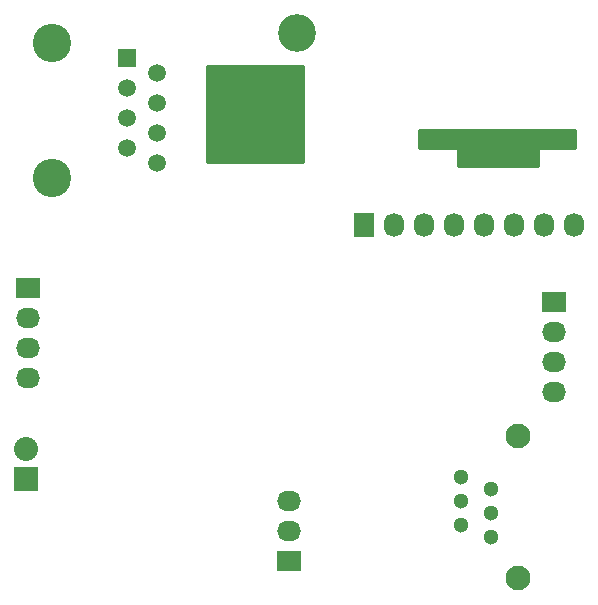
<source format=gbs>
G04 #@! TF.FileFunction,Soldermask,Bot*
%FSLAX46Y46*%
G04 Gerber Fmt 4.6, Leading zero omitted, Abs format (unit mm)*
G04 Created by KiCad (PCBNEW 4.0.2-stable) date 3/15/2016 10:46:09 PM*
%MOMM*%
G01*
G04 APERTURE LIST*
%ADD10C,0.100000*%
%ADD11C,3.200000*%
%ADD12C,3.250000*%
%ADD13R,1.500000X1.500000*%
%ADD14C,1.500000*%
%ADD15R,2.032000X1.727200*%
%ADD16O,2.032000X1.727200*%
%ADD17R,2.032000X2.032000*%
%ADD18O,2.032000X2.032000*%
%ADD19R,1.727200X2.032000*%
%ADD20O,1.727200X2.032000*%
%ADD21C,1.300000*%
%ADD22C,2.100000*%
%ADD23C,0.254000*%
G04 APERTURE END LIST*
D10*
D11*
X125000000Y-52250000D03*
D12*
X104267000Y-64521000D03*
X104267000Y-53081000D03*
D13*
X110617000Y-54351000D03*
D14*
X113157000Y-55621000D03*
X110617000Y-56891000D03*
X113157000Y-58161000D03*
X110617000Y-59431000D03*
X113157000Y-60701000D03*
X110617000Y-61971000D03*
X113157000Y-63241000D03*
D15*
X102298500Y-73850500D03*
D16*
X102298500Y-76390500D03*
X102298500Y-78930500D03*
X102298500Y-81470500D03*
D17*
X102108000Y-89979500D03*
D18*
X102108000Y-87439500D03*
D15*
X146812000Y-74993500D03*
D16*
X146812000Y-77533500D03*
X146812000Y-80073500D03*
X146812000Y-82613500D03*
D19*
X130683000Y-68453000D03*
D20*
X133223000Y-68453000D03*
X135763000Y-68453000D03*
X138303000Y-68453000D03*
X140843000Y-68453000D03*
X143383000Y-68453000D03*
X145923000Y-68453000D03*
X148463000Y-68453000D03*
D15*
X124396500Y-96901000D03*
D16*
X124396500Y-94361000D03*
X124396500Y-91821000D03*
D21*
X138924000Y-91882500D03*
X138924000Y-93922500D03*
X138924000Y-89842500D03*
X141464000Y-94942500D03*
X141464000Y-92902500D03*
X141464000Y-90862500D03*
D22*
X143764000Y-86392500D03*
X143764000Y-98392500D03*
D23*
G36*
X125539500Y-63119000D02*
X117411500Y-63119000D01*
X117411500Y-54991000D01*
X125539500Y-54991000D01*
X125539500Y-63119000D01*
X125539500Y-63119000D01*
G37*
X125539500Y-63119000D02*
X117411500Y-63119000D01*
X117411500Y-54991000D01*
X125539500Y-54991000D01*
X125539500Y-63119000D01*
G36*
X148590000Y-61976000D02*
X145542000Y-61976000D01*
X145492590Y-61986006D01*
X145450965Y-62014447D01*
X145423685Y-62056841D01*
X145415000Y-62103000D01*
X145415000Y-63500000D01*
X138684000Y-63500000D01*
X138684000Y-62103000D01*
X138673994Y-62053590D01*
X138645553Y-62011965D01*
X138603159Y-61984685D01*
X138557000Y-61976000D01*
X135382000Y-61976000D01*
X135382000Y-60452000D01*
X148590000Y-60452000D01*
X148590000Y-61976000D01*
X148590000Y-61976000D01*
G37*
X148590000Y-61976000D02*
X145542000Y-61976000D01*
X145492590Y-61986006D01*
X145450965Y-62014447D01*
X145423685Y-62056841D01*
X145415000Y-62103000D01*
X145415000Y-63500000D01*
X138684000Y-63500000D01*
X138684000Y-62103000D01*
X138673994Y-62053590D01*
X138645553Y-62011965D01*
X138603159Y-61984685D01*
X138557000Y-61976000D01*
X135382000Y-61976000D01*
X135382000Y-60452000D01*
X148590000Y-60452000D01*
X148590000Y-61976000D01*
M02*

</source>
